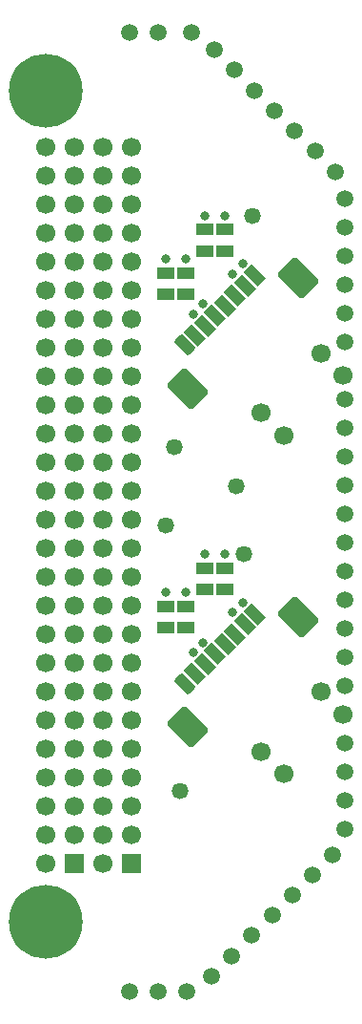
<source format=gts>
G04*
G04 #@! TF.GenerationSoftware,Altium Limited,Altium Designer,23.3.1 (30)*
G04*
G04 Layer_Color=8388736*
%FSAX42Y42*%
%MOMM*%
G71*
G04*
G04 #@! TF.SameCoordinates,74D896C7-0FB9-4F26-AAB1-64D905586B64*
G04*
G04*
G04 #@! TF.FilePolarity,Negative*
G04*
G01*
G75*
G04:AMPARAMS|DCode=13|XSize=2.3mm|YSize=3.2mm|CornerRadius=0.31mm|HoleSize=0mm|Usage=FLASHONLY|Rotation=45.000|XOffset=0mm|YOffset=0mm|HoleType=Round|Shape=RoundedRectangle|*
%AMROUNDEDRECTD13*
21,1,2.30,2.58,0,0,45.0*
21,1,1.68,3.20,0,0,45.0*
1,1,0.62,1.51,-0.32*
1,1,0.62,0.32,-1.51*
1,1,0.62,-1.51,0.32*
1,1,0.62,-0.32,1.51*
%
%ADD13ROUNDEDRECTD13*%
G04:AMPARAMS|DCode=14|XSize=1mm|YSize=1.8mm|CornerRadius=0mm|HoleSize=0mm|Usage=FLASHONLY|Rotation=45.000|XOffset=0mm|YOffset=0mm|HoleType=Round|Shape=Rectangle|*
%AMROTATEDRECTD14*
4,1,4,0.28,-0.99,-0.99,0.28,-0.28,0.99,0.99,-0.28,0.28,-0.99,0.0*
%
%ADD14ROTATEDRECTD14*%

G04:AMPARAMS|DCode=15|XSize=1mm|YSize=1.8mm|CornerRadius=0.18mm|HoleSize=0mm|Usage=FLASHONLY|Rotation=45.000|XOffset=0mm|YOffset=0mm|HoleType=Round|Shape=RoundedRectangle|*
%AMROUNDEDRECTD15*
21,1,1.00,1.44,0,0,45.0*
21,1,0.64,1.80,0,0,45.0*
1,1,0.36,0.74,-0.28*
1,1,0.36,0.28,-0.74*
1,1,0.36,-0.74,0.28*
1,1,0.36,-0.28,0.74*
%
%ADD15ROUNDEDRECTD15*%
%ADD16R,1.50X1.00*%
%ADD17R,1.70X1.70*%
%ADD18C,1.70*%
%ADD19C,6.55*%
%ADD20C,1.47*%
%ADD21C,1.50*%
%ADD22C,0.80*%
D13*
X001786Y005630D02*
D03*
X002766Y006609D02*
D03*
X001786Y002630D02*
D03*
X002766Y003609D02*
D03*
D14*
X001850Y006103D02*
D03*
X001938Y006192D02*
D03*
X002027Y006280D02*
D03*
X002115Y006369D02*
D03*
X002380Y006634D02*
D03*
X002292Y006545D02*
D03*
X002203Y006457D02*
D03*
X001850Y003103D02*
D03*
X001938Y003192D02*
D03*
X002027Y003280D02*
D03*
X002115Y003369D02*
D03*
X002380Y003634D02*
D03*
X002292Y003545D02*
D03*
X002203Y003457D02*
D03*
D15*
X001761Y006015D02*
D03*
X001761Y003015D02*
D03*
D16*
X001940Y006850D02*
D03*
Y007040D02*
D03*
X002115Y006850D02*
D03*
Y007040D02*
D03*
X001770Y006465D02*
D03*
Y006655D02*
D03*
X001595Y006465D02*
D03*
Y006655D02*
D03*
X002115Y003850D02*
D03*
Y004040D02*
D03*
X001940Y003850D02*
D03*
Y004040D02*
D03*
X001770Y003512D02*
D03*
Y003702D02*
D03*
X001595Y003512D02*
D03*
Y003702D02*
D03*
D17*
X001285Y001419D02*
D03*
X000777Y001420D02*
D03*
D18*
X001031Y001419D02*
D03*
X001285Y001673D02*
D03*
X001031D02*
D03*
X001285Y001927D02*
D03*
X001031D02*
D03*
X001285Y002181D02*
D03*
X001031D02*
D03*
X001285Y002435D02*
D03*
X001031D02*
D03*
X001285Y002689D02*
D03*
X001031D02*
D03*
X001285Y002943D02*
D03*
X001031D02*
D03*
X001285Y003197D02*
D03*
X001031D02*
D03*
X001285Y003451D02*
D03*
X001031D02*
D03*
X001285Y003705D02*
D03*
X001031D02*
D03*
X001285Y003959D02*
D03*
X001031D02*
D03*
X001285Y004213D02*
D03*
X001031D02*
D03*
X001285Y004467D02*
D03*
X001031D02*
D03*
X001285Y004721D02*
D03*
X001031D02*
D03*
X001285Y004975D02*
D03*
X001031D02*
D03*
X001285Y005229D02*
D03*
X001031D02*
D03*
X001285Y005483D02*
D03*
X001031D02*
D03*
X001285Y005737D02*
D03*
X001031D02*
D03*
X001285Y005991D02*
D03*
X001031D02*
D03*
X001285Y006245D02*
D03*
X001031D02*
D03*
X001285Y006499D02*
D03*
X001031D02*
D03*
X001285Y006753D02*
D03*
X001031D02*
D03*
X001285Y007007D02*
D03*
X001031D02*
D03*
X001285Y007261D02*
D03*
X001031D02*
D03*
X001285Y007515D02*
D03*
X001031D02*
D03*
X001285Y007769D02*
D03*
X001031D02*
D03*
X000523Y001420D02*
D03*
X000777Y001674D02*
D03*
X000523D02*
D03*
X000777Y001928D02*
D03*
X000523D02*
D03*
X000777Y002182D02*
D03*
X000523D02*
D03*
X000777Y002436D02*
D03*
X000523D02*
D03*
X000777Y002690D02*
D03*
X000523D02*
D03*
X000777Y002944D02*
D03*
X000523D02*
D03*
X000777Y003198D02*
D03*
X000523D02*
D03*
X000777Y003452D02*
D03*
X000523D02*
D03*
X000777Y003706D02*
D03*
X000523D02*
D03*
X000777Y003960D02*
D03*
X000523D02*
D03*
X000777Y004214D02*
D03*
X000523D02*
D03*
X000777Y004468D02*
D03*
X000523D02*
D03*
X000777Y004722D02*
D03*
X000523D02*
D03*
X000777Y004976D02*
D03*
X000523D02*
D03*
X000777Y005230D02*
D03*
X000523D02*
D03*
X000777Y005484D02*
D03*
X000523D02*
D03*
X000777Y005738D02*
D03*
X000523D02*
D03*
X000777Y005992D02*
D03*
X000523D02*
D03*
X000777Y006246D02*
D03*
X000523D02*
D03*
X000777Y006500D02*
D03*
X000523D02*
D03*
X000777Y006754D02*
D03*
X000523D02*
D03*
X000777Y007008D02*
D03*
X000523D02*
D03*
X000777Y007262D02*
D03*
X000523D02*
D03*
X000777Y007516D02*
D03*
X000523D02*
D03*
X000777Y007770D02*
D03*
X000523D02*
D03*
X002640Y005215D02*
D03*
X003170Y005745D02*
D03*
X002640Y002215D02*
D03*
X003170Y002745D02*
D03*
X002440Y005415D02*
D03*
X002970Y005945D02*
D03*
X002970Y002945D02*
D03*
X002440Y002415D02*
D03*
D19*
X000523Y008271D02*
D03*
Y000906D02*
D03*
D20*
X002215Y004765D02*
D03*
X001595Y004415D02*
D03*
X002283Y004163D02*
D03*
X001665Y005115D02*
D03*
X002365Y007163D02*
D03*
X001715Y002065D02*
D03*
D21*
X001522Y008787D02*
D03*
X003187Y007063D02*
D03*
X002357Y000782D02*
D03*
X002379Y008273D02*
D03*
X003187Y004269D02*
D03*
X002738Y007914D02*
D03*
X003187Y002237D02*
D03*
X002200Y008453D02*
D03*
X002918Y007734D02*
D03*
X003187Y001983D02*
D03*
X002178Y000602D02*
D03*
X002020Y008632D02*
D03*
X003187Y007317D02*
D03*
X001268Y008787D02*
D03*
X001998Y000423D02*
D03*
X002559Y008093D02*
D03*
X003187Y003507D02*
D03*
X001527Y000290D02*
D03*
X003187Y004523D02*
D03*
Y001729D02*
D03*
X001818Y008786D02*
D03*
X003076Y001500D02*
D03*
X001781Y000290D02*
D03*
X003187Y004015D02*
D03*
Y003253D02*
D03*
X002537Y000962D02*
D03*
X001273Y000290D02*
D03*
X003187Y004777D02*
D03*
X002896Y001321D02*
D03*
X003187Y003761D02*
D03*
Y005285D02*
D03*
Y002491D02*
D03*
Y006047D02*
D03*
Y002999D02*
D03*
X003098Y007555D02*
D03*
X003187Y005031D02*
D03*
Y005539D02*
D03*
Y006809D02*
D03*
Y006555D02*
D03*
Y006301D02*
D03*
X002716Y001141D02*
D03*
D22*
X002115Y007163D02*
D03*
X001940D02*
D03*
X001770Y006778D02*
D03*
X001595D02*
D03*
X002115Y004163D02*
D03*
X001940D02*
D03*
X001770Y003825D02*
D03*
X001595D02*
D03*
X001839Y003292D02*
D03*
X001926Y003381D02*
D03*
X002188Y003646D02*
D03*
X002275Y003735D02*
D03*
X002275Y006735D02*
D03*
X002188Y006646D02*
D03*
X001926Y006381D02*
D03*
X001839Y006292D02*
D03*
M02*

</source>
